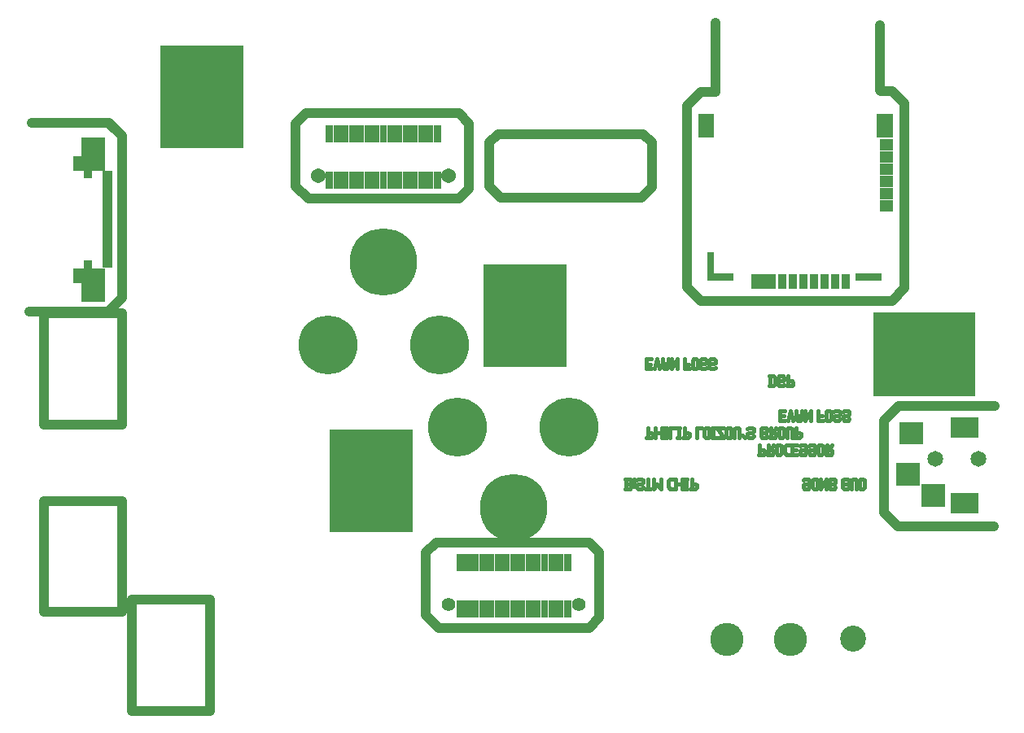
<source format=gbr>
G04 start of page 9 for group -4062 idx -4062 *
G04 Title: (unknown), soldermask *
G04 Creator: pcb 20110918 *
G04 CreationDate: Thu Jan  9 16:43:57 2014 UTC *
G04 For: fosse *
G04 Format: Gerber/RS-274X *
G04 PCB-Dimensions: 550000 850000 *
G04 PCB-Coordinate-Origin: lower left *
%MOIN*%
%FSLAX25Y25*%
%LNBOTTOMMASK*%
%ADD124R,0.0966X0.0966*%
%ADD123R,0.0435X0.0435*%
%ADD122R,0.0218X0.0218*%
%ADD121R,0.0651X0.0651*%
%ADD120R,0.0454X0.0454*%
%ADD119R,0.0651X0.0651*%
%ADD118R,0.0848X0.0848*%
%ADD117R,0.0927X0.0927*%
%ADD116R,0.0336X0.0336*%
%ADD115R,0.0277X0.0277*%
%ADD114R,0.0336X0.0336*%
%ADD113C,0.0180*%
%ADD112C,0.0400*%
%ADD111R,0.3407X0.3407*%
%ADD110R,0.0297X0.0297*%
%ADD109R,0.0297X0.0297*%
%ADD108C,0.0651*%
%ADD107C,0.1062*%
%ADD106C,0.0554*%
%ADD105C,0.1360*%
%ADD104C,0.2410*%
%ADD103C,0.0604*%
%ADD102C,0.2760*%
G54D102*X186500Y707000D03*
G54D103*X213076Y742206D03*
G54D104*X209350Y673000D03*
X163850D03*
G54D102*X239910Y606240D03*
G54D105*X327110Y552090D03*
X353110D03*
G54D106*X266485Y566444D03*
X213335D03*
G54D107*X379000Y552500D03*
G54D103*X159926Y742206D03*
G54D108*X430327Y626256D03*
X412610D03*
G54D104*X262410Y639240D03*
X216910D03*
G54D109*X217862Y585696D02*Y581640D01*
X221012Y585696D02*Y581640D01*
X224161Y585696D02*Y581640D01*
X227311Y585696D02*Y581640D01*
X230460Y585696D02*Y581640D01*
G54D110*X233611Y585696D02*Y581641D01*
G54D111*X181561Y621054D02*Y613179D01*
G54D112*X203990Y587840D02*X208090Y591940D01*
G54D109*X261957Y585696D02*Y581640D01*
X258807Y585696D02*Y581640D01*
X255657Y585696D02*Y581640D01*
X252508Y585696D02*Y581640D01*
G54D110*X249359Y585696D02*Y581641D01*
G54D109*X261957Y566601D02*Y562546D01*
X258807Y566601D02*Y562546D01*
X255657Y566601D02*Y562546D01*
X252508Y566601D02*Y562546D01*
G54D110*X249359Y566601D02*Y562547D01*
G54D111*X244439Y688821D02*Y680946D01*
G54D109*X236760Y585696D02*Y581640D01*
X239909Y585696D02*Y581640D01*
X243059Y585696D02*Y581640D01*
X246208Y585696D02*Y581640D01*
X243059Y566601D02*Y562546D01*
X246208Y566601D02*Y562546D01*
G54D112*X208090Y591940D02*X270890D01*
X274990Y587840D01*
Y561040D01*
X270890Y556940D02*X274990Y561040D01*
G54D109*X227311Y566601D02*Y562546D01*
X230460Y566601D02*Y562546D01*
G54D110*X233611Y566601D02*Y562547D01*
G54D109*X236760Y566601D02*Y562546D01*
G54D112*X203990Y562040D02*X209090Y556940D01*
G54D109*X217862Y566601D02*Y562546D01*
X221012Y566601D02*Y562546D01*
X224161Y566601D02*Y562546D01*
X239909Y566601D02*Y562546D01*
G54D112*X203990Y587840D02*Y562040D01*
X209090Y556940D02*X270890D01*
G54D113*X322000Y663100D02*X322500Y663600D01*
X320500Y663100D02*X322000D01*
X320000Y663600D02*X320500Y663100D01*
X320000Y664600D02*Y663600D01*
Y664600D02*X320500Y665100D01*
X322000D01*
X322500Y665600D01*
Y666600D02*Y665600D01*
X322000Y667100D02*X322500Y666600D01*
X320500Y667100D02*X322000D01*
X320000Y666600D02*X320500Y667100D01*
X318300Y663100D02*X318800Y663600D01*
X316800Y663100D02*X318300D01*
X316300Y663600D02*X316800Y663100D01*
X314600D02*X315100Y663600D01*
X316300Y664600D02*X316800Y665100D01*
X318300D01*
X318800Y665600D01*
X316300Y664600D02*Y663600D01*
X315100Y666600D02*Y663600D01*
X313100D02*X313600Y663100D01*
X314600D01*
X318800Y666600D02*Y665600D01*
X318300Y667100D02*X318800Y666600D01*
X316800Y667100D02*X318300D01*
X316300Y666600D02*X316800Y667100D01*
X314600D02*X315100Y666600D01*
X313600Y667100D02*X314600D01*
X313100Y666600D02*X313600Y667100D01*
X313100Y666600D02*Y663600D01*
X309900Y663100D02*X311900D01*
X309900Y664900D02*X311400D01*
X309900Y667100D02*Y663100D01*
X304400D02*X306900Y667100D01*
Y663100D01*
X304400Y667100D02*Y663100D01*
X303200Y667100D02*Y664100D01*
X302500Y663100D02*X303200Y664100D01*
X300700Y667100D02*Y664100D01*
X301400Y663100D01*
X302500D01*
X300700Y665100D02*X303200D01*
X298500Y667100D02*X299500Y663100D01*
X297500D02*X298500Y667100D01*
X294300Y663100D02*X296300D01*
X294300Y667100D02*Y663100D01*
Y667100D02*X296300D01*
X294300Y664900D02*X295800D01*
X294200Y635000D02*X296200D01*
X296700Y635500D01*
Y636500D02*Y635500D01*
X296200Y637000D02*X296700Y636500D01*
X294700Y637000D02*X296200D01*
X297900D02*X300400D01*
X294700Y639000D02*Y635000D01*
X297900Y639000D02*Y635000D01*
X300400Y639000D02*Y635000D01*
X301600D02*X302600D01*
X302100Y639000D02*Y635000D01*
X301600Y639000D02*X302600D01*
X303800D02*Y635000D01*
Y639000D02*X305800D01*
X307000Y635000D02*X308000D01*
X307500Y639000D02*Y635000D01*
X307000Y639000D02*X308000D01*
X309700D02*Y635000D01*
X309200D02*X311200D01*
X311700Y635500D01*
Y636500D02*Y635500D01*
X314700Y639000D02*Y635000D01*
X311200Y637000D02*X311700Y636500D01*
X309700Y637000D02*X311200D01*
X310000Y614000D02*X311000D01*
X312200D02*X314200D01*
X314700Y614500D01*
Y615500D02*Y614500D01*
X314200Y616000D02*X314700Y615500D01*
X312700Y616000D02*X314200D01*
X310500Y618000D02*Y614000D01*
X310000Y618000D02*X311000D01*
X312700D02*Y614000D01*
X303800D02*X305100D01*
X306300Y618000D02*Y614000D01*
X303100Y614700D02*X303800Y614000D01*
X303100Y617300D02*Y614700D01*
Y617300D02*X303800Y618000D01*
X305100D01*
X306300Y616000D02*X308800D01*
Y618000D02*Y614000D01*
X285500D02*X287500D01*
X288000Y614500D01*
X287500Y618000D02*X288000Y617500D01*
X285500Y618000D02*X287500D01*
X286000D02*Y614000D01*
X288000Y615300D02*Y614500D01*
X287500Y615800D02*X288000Y615300D01*
X287500Y615800D02*X288000Y616300D01*
Y617500D02*Y616300D01*
X286000Y615800D02*X287500D01*
X289200Y615100D02*Y615000D01*
Y618000D02*Y616500D01*
X290200Y615500D02*X290700Y616000D01*
X290200Y615500D02*Y614500D01*
X290700Y614000D01*
X290200Y617500D02*X290700Y618000D01*
X292200D01*
X292700Y617500D01*
X290700Y616000D02*X292200D01*
X290700Y614000D02*X292200D01*
X292700Y614500D01*
X293900Y614000D02*X295900D01*
X292700Y617500D02*Y616500D01*
X292200Y616000D02*X292700Y616500D01*
X294900Y618000D02*Y614000D01*
X297100Y618000D02*Y614000D01*
X298600Y616000D01*
X300100Y614000D01*
Y618000D02*Y614000D01*
G54D114*X338812Y700165D02*Y697409D01*
G54D110*X320622Y700755D02*X328300D01*
G54D115*X320524Y709319D02*Y700657D01*
G54D116*X342158Y700164D02*Y697410D01*
G54D114*X345505Y700165D02*Y697409D01*
X349836Y700165D02*Y697409D01*
X354166Y700165D02*Y697409D01*
X358497Y700165D02*Y697409D01*
X362828Y700165D02*Y697409D01*
G54D112*X394900Y691000D02*X400000Y696100D01*
X316600Y691000D02*X394900D01*
G54D113*X314700Y639000D02*X316700D01*
X317900Y638500D02*X318400Y639000D01*
X319400D01*
X319900Y638500D01*
X317900Y635500D02*X318400Y635000D01*
X317900Y638500D02*Y635500D01*
X319900Y638500D02*Y635500D01*
X319400Y635000D02*X319900Y635500D01*
X318400Y635000D02*X319400D01*
X321100D02*X322100D01*
X323300D02*X325800D01*
X327000Y635500D02*X327500Y635000D01*
X321600Y639000D02*Y635000D01*
X323300Y639000D02*X325800Y635000D01*
X321100Y639000D02*X322100D01*
X323300D02*X325800D01*
X327000Y638500D02*X327500Y639000D01*
Y635000D02*X328500D01*
X327000Y638500D02*Y635500D01*
X327500Y639000D02*X328500D01*
X329000Y638500D01*
Y635500D01*
X330200Y638500D02*Y635000D01*
G54D117*X402571Y636689D02*X402965D01*
G54D111*X404063Y669000D02*X411938D01*
G54D112*X397600Y648000D02*X437000D01*
X391500Y641900D02*X397600Y648000D01*
G54D113*X376700Y642000D02*X377200Y642500D01*
X375200Y642000D02*X376700D01*
X374700Y642500D02*X375200Y642000D01*
X374700Y643500D02*Y642500D01*
Y643500D02*X375200Y644000D01*
X376700D01*
X377200Y644500D01*
Y645500D02*Y644500D01*
X374700Y645500D02*X375200Y646000D01*
X376700D02*X377200Y645500D01*
X375200Y646000D02*X376700D01*
G54D118*X423043Y639051D02*X425799D01*
X423043Y607949D02*X425799D01*
G54D117*X400996Y619760D02*X401390D01*
G54D112*X391500Y641900D02*Y604100D01*
G54D117*X411626Y611098D02*X412020D01*
G54D112*X391500Y604100D02*X397100Y598500D01*
X436500D01*
G54D113*X371000Y645500D02*X371500Y646000D01*
X369300D02*X369800Y645500D01*
X368300Y646000D02*X369300D01*
X367800Y645500D02*X368300Y646000D01*
X369300Y642000D02*X369800Y642500D01*
X367800D02*X368300Y642000D01*
X369300D01*
X364600D02*X366600D01*
X364600Y646000D02*Y642000D01*
Y643800D02*X366100D01*
X359100Y642000D02*X361600Y646000D01*
Y642000D01*
X359100Y646000D02*Y642000D01*
X357900Y646000D02*Y643000D01*
X357200Y642000D02*X357900Y643000D01*
X356100Y642000D02*X357200D01*
X355400Y644000D02*X357900D01*
X355400Y646000D02*Y643000D01*
X356100Y642000D01*
X353200Y646000D02*X354200Y642000D01*
X352200D02*X353200Y646000D01*
X349000Y642000D02*X351000D01*
X349000Y646000D02*Y642000D01*
Y646000D02*X351000D01*
X349000Y643800D02*X350500D01*
X344400Y660100D02*X346200D01*
X346900Y659400D01*
Y656800D01*
X346200Y656100D02*X346900Y656800D01*
X344400Y656100D02*X346200D01*
X344900Y660100D02*Y656100D01*
X348100Y659600D02*X348600Y660100D01*
X350100D01*
X350600Y659600D01*
Y658600D01*
X350100Y658100D02*X350600Y658600D01*
X348600Y658100D02*X350100D01*
X348100Y657600D02*X348600Y658100D01*
X348100Y657600D02*Y656600D01*
X348600Y656100D01*
X350100D01*
X350600Y656600D01*
X351800Y656100D02*X353800D01*
X354300Y656600D01*
Y657600D02*Y656600D01*
X353800Y658100D02*X354300Y657600D01*
X352300Y658100D02*X353800D01*
X352300Y660100D02*Y656100D01*
X328500Y635000D02*X329000Y635500D01*
X337600Y635000D02*X338100Y635500D01*
X336100Y635000D02*X337600D01*
X335600Y635500D02*X336100Y635000D01*
X330200Y638500D02*X330700Y639000D01*
X331700D01*
X332200Y638500D01*
Y635000D01*
X333400Y636000D02*X334400Y635000D01*
X335600Y636500D02*Y635500D01*
Y636500D02*X336100Y637000D01*
X337600D01*
X338100Y637500D01*
Y638500D02*Y637500D01*
X337600Y639000D02*X338100Y638500D01*
X336100Y639000D02*X337600D01*
X335600Y638500D02*X336100Y639000D01*
X342100Y637000D02*X343100D01*
X343600Y637500D01*
Y638500D02*Y637500D01*
X343100Y639000D02*X343600Y638500D01*
X341600Y639000D02*X343100D01*
X341100Y638500D02*X341600Y639000D01*
X341100Y638500D02*Y635500D01*
X341600Y635000D01*
X343100D01*
X343600Y635500D01*
X344800Y635000D02*X346800D01*
X347300Y635500D01*
X348000Y628000D02*X349000D01*
X343800D02*X345800D01*
X346300Y628500D01*
X351400Y628000D02*X352700D01*
X350700Y628700D02*X351400Y628000D01*
X347500Y628500D02*X348000Y628000D01*
X346300Y629500D02*Y628500D01*
X345800Y630000D02*X346300Y629500D01*
X344300Y630000D02*X345800D01*
X344300Y632000D02*Y628000D01*
X345100Y630000D02*X346300Y632000D01*
X347500Y631500D02*Y628500D01*
X349500Y631500D02*Y628500D01*
X349000Y628000D02*X349500Y628500D01*
X350700Y631300D02*Y628700D01*
X347500Y631500D02*X348000Y632000D01*
X349000D01*
X349500Y631500D01*
X350700Y631300D02*X351400Y632000D01*
X352700D01*
X349000Y635000D02*X350000D01*
X348500Y635500D02*X349000Y635000D01*
X350000Y639000D02*X350500Y638500D01*
X351700D02*X352200Y639000D01*
X353200D01*
X353700Y638500D01*
X350500D02*Y635500D01*
X351700Y638500D02*Y635000D01*
X353700Y638500D02*Y635000D01*
X350000D02*X350500Y635500D01*
X348500Y638500D02*Y635500D01*
Y638500D02*X349000Y639000D01*
X350000D01*
X347300Y636500D02*Y635500D01*
X346800Y637000D02*X347300Y636500D01*
X345300Y637000D02*X346800D01*
X345300Y639000D02*Y635000D01*
X346100Y637000D02*X347300Y639000D01*
X340100Y628000D02*X342100D01*
X342600Y628500D01*
Y629500D02*Y628500D01*
X342100Y630000D02*X342600Y629500D01*
X340600Y630000D02*X342100D01*
X340600Y632000D02*Y628000D01*
X354900Y635000D02*X356900D01*
X357400Y635500D01*
Y636500D02*Y635500D01*
X356900Y637000D02*X357400Y636500D01*
X355400Y637000D02*X356900D01*
X355400Y639000D02*Y635000D01*
X353900Y628000D02*X355900D01*
X353900Y632000D02*Y628000D01*
Y629800D02*X355400D01*
X353900Y632000D02*X355900D01*
X357600Y630000D02*X359100D01*
X357100Y629500D02*X357600Y630000D01*
X357100Y629500D02*Y628500D01*
X357600Y628000D01*
X359100D01*
X357100Y631500D02*X357600Y632000D01*
X359100D01*
X359600Y631500D01*
Y630500D01*
X359100Y630000D02*X359600Y630500D01*
X359100Y628000D02*X359600Y628500D01*
X360800Y631500D02*X361300Y632000D01*
X362800D01*
X363300Y631500D01*
Y630500D01*
X362800Y630000D02*X363300Y630500D01*
X361300Y630000D02*X362800D01*
X360800Y629500D02*X361300Y630000D01*
X360800Y629500D02*Y628500D01*
X361300Y628000D01*
X362800D01*
X363300Y628500D01*
X373000Y642000D02*X373500Y642500D01*
X371500Y642000D02*X373000D01*
X371000Y642500D02*X371500Y642000D01*
X371000Y643500D02*Y642500D01*
Y643500D02*X371500Y644000D01*
X373000D01*
X373500Y644500D01*
X369800Y645500D02*Y642500D01*
X367800Y645500D02*Y642500D01*
X373500Y645500D02*Y644500D01*
X373000Y646000D02*X373500Y645500D01*
X371500Y646000D02*X373000D01*
X365000Y628000D02*X366000D01*
X364500Y628500D02*X365000Y628000D01*
X364500Y631500D02*Y628500D01*
Y631500D02*X365000Y632000D01*
X366000D01*
X366500Y631500D01*
Y628500D01*
X366000Y628000D02*X366500Y628500D01*
X367700Y628000D02*X369700D01*
X370200Y628500D01*
Y629500D02*Y628500D01*
X369700Y630000D02*X370200Y629500D01*
X368200Y630000D02*X369700D01*
X368200Y632000D02*Y628000D01*
X369000Y630000D02*X370200Y632000D01*
X370100Y616000D02*X371100D01*
X371600Y616500D01*
Y617500D02*Y616500D01*
X371100Y618000D02*X371600Y617500D01*
X369600Y618000D02*X371100D01*
X369100Y617500D02*X369600Y618000D01*
X371100Y614000D02*X371600Y614500D01*
X369100Y617500D02*Y614500D01*
X369600Y614000D01*
X371100D01*
X367900Y618000D02*Y614000D01*
X365400D02*X367900Y618000D01*
X365400D02*Y614000D01*
X362700D02*X363700D01*
X364200Y614500D01*
Y617500D02*Y614500D01*
X363700Y618000D02*X364200Y617500D01*
X362700Y618000D02*X363700D01*
X362200Y617500D02*X362700Y618000D01*
X362200Y617500D02*Y614500D01*
X362700Y614000D01*
X358500Y617500D02*X359000Y618000D01*
X360500D01*
X361000Y617500D01*
Y616500D01*
X360500Y616000D02*X361000Y616500D01*
X359000Y616000D02*X360500D01*
X358500Y615500D02*X359000Y616000D01*
X358500Y615500D02*Y614500D01*
X359000Y614000D01*
X360500D01*
X361000Y614500D01*
X381500D02*X382000Y614000D01*
X381500Y617500D02*Y614500D01*
X383000Y614000D02*X383500Y614500D01*
X382000Y614000D02*X383000D01*
X381500Y617500D02*X382000Y618000D01*
X383000D01*
X383500Y617500D01*
Y614500D01*
X380300Y617500D02*Y614000D01*
X379800Y618000D02*X380300Y617500D01*
X378800Y618000D02*X379800D01*
X378300Y617500D02*X378800Y618000D01*
X378300Y617500D02*Y614000D01*
X375100Y618000D02*X376600D01*
X377100Y617500D01*
Y616500D01*
X376600Y616000D02*X377100Y616500D01*
X375600Y616000D02*X376600D01*
Y614000D02*X377100Y614500D01*
X375100Y614000D02*X376600D01*
X374600Y614500D02*X375100Y614000D01*
X374600Y617500D02*Y614500D01*
Y617500D02*X375100Y618000D01*
G54D119*X318654Y764162D02*Y761012D01*
G54D112*X322500Y805000D02*Y776500D01*
X316600D02*X322500D01*
X311000Y770900D02*X316600Y776500D01*
X311000Y696600D02*X316600Y691000D01*
X311000Y770900D02*Y696600D01*
G54D120*X392100Y729890D02*X392847D01*
X392100Y734890D02*X392847D01*
X392100Y739890D02*X392847D01*
X392100Y744890D02*X392847D01*
X392100Y749890D02*X392847D01*
X392100Y754890D02*X392847D01*
G54D116*X367158Y700164D02*Y697410D01*
G54D114*X371489Y700165D02*Y697409D01*
X375820Y700165D02*Y697409D01*
G54D110*X381252Y700755D02*X389126D01*
G54D121*X391883Y764162D02*Y761012D01*
G54D112*X400000Y771900D02*Y696100D01*
X394900Y777000D02*X400000Y771900D01*
X390000Y804000D02*Y777100D01*
X390100Y777000D01*
X394900D01*
G54D109*X208548Y761458D02*Y757402D01*
X205398Y761458D02*Y757402D01*
X202248Y761458D02*Y757402D01*
G54D112*X217491Y767742D02*X221591Y763642D01*
G54D109*X164453Y761458D02*Y757402D01*
X167603Y761458D02*Y757402D01*
X170752Y761458D02*Y757402D01*
X173902Y761458D02*Y757402D01*
X177051Y761458D02*Y757402D01*
G54D110*X180202Y761458D02*Y757403D01*
G54D109*X164453Y742363D02*Y738308D01*
X167603Y742363D02*Y738308D01*
X170752Y742363D02*Y738308D01*
X173902Y742363D02*Y738308D01*
X177051Y742363D02*Y738308D01*
G54D110*X180202Y742363D02*Y738309D01*
G54D109*X183351Y761458D02*Y757402D01*
X186500Y761458D02*Y757402D01*
X189650Y761458D02*Y757402D01*
X192799Y761458D02*Y757402D01*
X202248Y742363D02*Y738308D01*
X199099Y742363D02*Y738308D01*
G54D110*X195950Y742363D02*Y738309D01*
G54D109*X183351Y742363D02*Y738308D01*
G54D112*X150591Y763642D02*Y737842D01*
G54D109*X186500Y742363D02*Y738308D01*
X189650Y742363D02*Y738308D01*
X192799Y742363D02*Y738308D01*
X199099Y761458D02*Y757402D01*
G54D110*X195950Y761458D02*Y757403D01*
G54D112*X154691Y767742D02*X217491D01*
X150591Y763642D02*X154691Y767742D01*
X155691Y732742D02*X217491D01*
X150591Y737842D02*X155691Y732742D01*
X234450Y733250D02*X292250D01*
X233500Y759300D02*X292800D01*
X296400Y755700D01*
Y737400D01*
X292250Y733250D02*X296400Y737400D01*
G54D109*X208548Y742363D02*Y738308D01*
X205398Y742363D02*Y738308D01*
G54D112*X221591Y763642D02*Y736842D01*
X217491Y732742D02*X221591Y736842D01*
X229900Y737800D02*X234450Y733250D01*
X229900Y755700D02*Y737800D01*
Y755700D02*X233500Y759300D01*
G54D122*X72545Y717351D02*X74513D01*
X72545Y719319D02*X74513D01*
X72545Y721288D02*X74513D01*
X72545Y723256D02*X74513D01*
X72545Y725225D02*X74513D01*
X72545Y727193D02*X74513D01*
G54D112*X79500Y758350D02*Y692050D01*
X73900Y686450D02*X79500Y692050D01*
G54D122*X72545Y705540D02*X74513D01*
X72545Y707508D02*X74513D01*
X72545Y709477D02*X74513D01*
X72545Y711445D02*X74513D01*
X72545Y713414D02*X74513D01*
X72545Y715382D02*X74513D01*
G54D114*X65497Y705737D02*Y704949D01*
G54D123*X61619Y702095D02*Y700323D01*
G54D124*X67622Y699437D02*Y695500D01*
G54D112*X41500Y686450D02*X73900D01*
G54D122*X72545Y729162D02*X74513D01*
X72545Y731130D02*X74513D01*
X72545Y733099D02*X74513D01*
G54D114*X65497Y743532D02*Y742744D01*
G54D122*X72545Y735067D02*X74513D01*
X72545Y737036D02*X74513D01*
X72545Y742941D02*X74513D01*
X72545Y740973D02*X74513D01*
X72545Y739004D02*X74513D01*
G54D124*X67623Y752980D02*Y749043D01*
G54D123*X61619Y748158D02*Y746386D01*
G54D111*X112061Y778554D02*Y770679D01*
G54D112*X42500Y763950D02*X73900D01*
X74100Y763750D02*X79500Y758350D01*
X73900Y763950D02*X79500Y758350D01*
Y685800D02*Y640300D01*
X47500Y685800D02*X79500D01*
X47500Y640300D02*X79500D01*
X47500Y685800D02*Y640300D01*
X115500Y568500D02*Y523000D01*
X83500D02*X115500D01*
X83500Y568500D02*Y523000D01*
X79500Y609000D02*Y563500D01*
X47500D02*X79500D01*
X47500Y609000D02*Y563500D01*
Y609000D02*X79500D01*
X83500Y568500D02*X115500D01*
M02*

</source>
